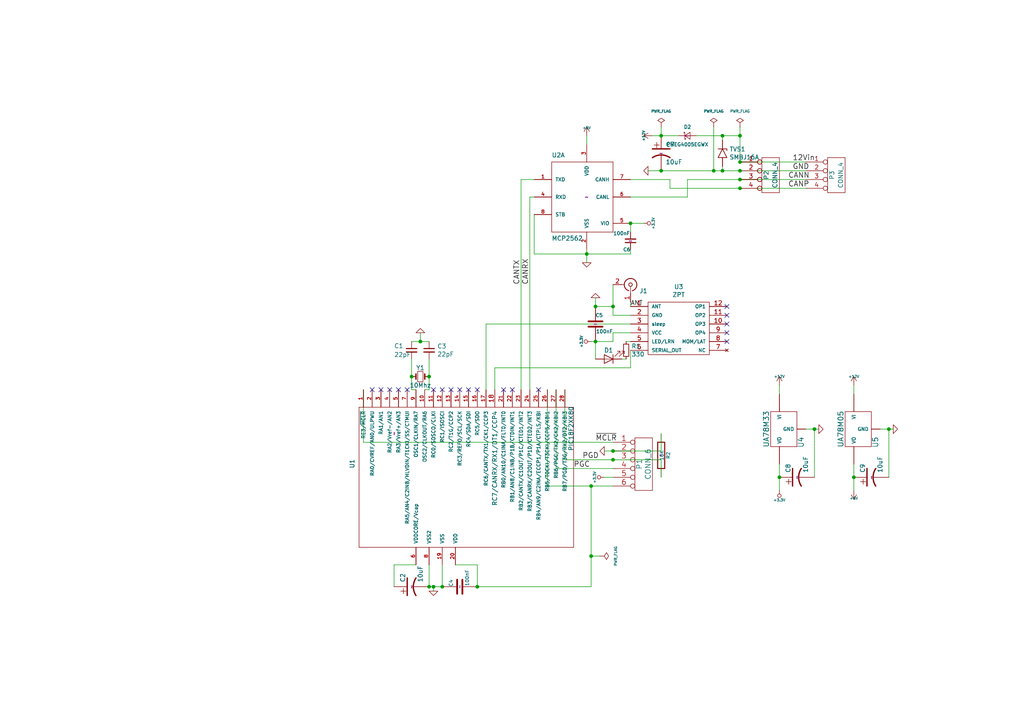
<source format=kicad_sch>
(kicad_sch (version 20211123) (generator eeschema)
  (paper "A4")
  (lib_symbols
    (symbol "remote-control-rescue:+12V-power" (power) (pin_names (offset 0))
      (property "Value" "+12V-power" (at 0 3.556 0))
      (symbol "+12V-power_0_1"
        (polyline (pts (xy -0.762 1.27) (xy 0 2.54)))
        (polyline (pts (xy 0 0) (xy 0 2.54)))
        (polyline (pts (xy 0 2.54) (xy 0.762 1.27)))
      )
      (symbol "+12V-power_1_1"
        (pin power_in line (at 0 0 90) (length 0) hide (name "+12V") (number "1"))
      )
    )
    (symbol "remote-control-rescue:+3.3V-RESCUE-capteur-capteur-rescue-remote-control-rescue" (power) (pin_names (offset 0))
      (property "Value" "+3.3V-RESCUE-capteur-capteur-rescue-remote-control-rescue" (at 0 2.794 0))
      (symbol "+3.3V-RESCUE-capteur-capteur-rescue-remote-control-rescue_0_0"
        (pin power_in line (at 0 0 90) (length 0) hide (name "+3.3V") (number "1"))
      )
      (symbol "+3.3V-RESCUE-capteur-capteur-rescue-remote-control-rescue_0_1"
        (polyline (pts (xy 0 0) (xy 0 1.016) (xy 0 1.016)))
        (circle (center 0 1.524) (radius 0.508))
      )
    )
    (symbol "remote-control-rescue:+5V-power" (power) (pin_names (offset 0))
      (property "Value" "+5V-power" (at 0 3.556 0))
      (symbol "+5V-power_0_1"
        (polyline (pts (xy -0.762 1.27) (xy 0 2.54)))
        (polyline (pts (xy 0 0) (xy 0 2.54)))
        (polyline (pts (xy 0 2.54) (xy 0.762 1.27)))
      )
      (symbol "+5V-power_1_1"
        (pin power_in line (at 0 0 90) (length 0) hide (name "+5V") (number "1"))
      )
    )
    (symbol "remote-control-rescue:1.5KExxA-Diode" (pin_numbers hide) (pin_names (offset 1.016) hide)
      (property "Reference" "D" (at 0 2.54 0))
      (property "Value" "1.5KExxA-Diode" (at 0 -2.54 0))
      (symbol "1.5KExxA-Diode_0_1"
        (polyline (pts (xy -0.762 1.27) (xy -1.27 1.27) (xy -1.27 -1.27)) (stroke (width 0.2032)))
        (polyline (pts (xy 1.27 1.27) (xy 1.27 -1.27) (xy -1.27 0) (xy 1.27 1.27)) (stroke (width 0.2032)))
      )
      (symbol "1.5KExxA-Diode_1_1"
        (pin passive line (at -3.81 0 0) (length 2.54) (name "A1") (number "1"))
        (pin passive line (at 3.81 0 180) (length 2.54) (name "A2") (number "2"))
      )
    )
    (symbol "remote-control-rescue:C-RESCUE-capteur-capteur-rescue-remote-control-rescue" (pin_numbers hide) (pin_names (offset 0.254))
      (property "Reference" "C" (at 0 2.54 0))
      (property "Value" "C-RESCUE-capteur-capteur-rescue-remote-control-rescue" (at 0.1524 -2.159 0))
      (symbol "C-RESCUE-capteur-capteur-rescue-remote-control-rescue_0_1"
        (polyline (pts (xy -2.032 -0.762) (xy 2.032 -0.762)) (stroke (width 0.508)))
        (polyline (pts (xy -2.032 0.762) (xy 2.032 0.762)) (stroke (width 0.508)))
      )
      (symbol "C-RESCUE-capteur-capteur-rescue-remote-control-rescue_1_1"
        (pin passive line (at 0 5.08 270) (length 4.318) (name "~") (number "1"))
        (pin passive line (at 0 -5.08 90) (length 4.318) (name "~") (number "2"))
      )
    )
    (symbol "remote-control-rescue:CONN_4-capteur-rescue-remote-control-rescue" (pin_names (offset 1.016) hide)
      (property "Reference" "P" (at -1.27 0 90))
      (property "Value" "CONN_4-capteur-rescue-remote-control-rescue" (at 1.27 0 90))
      (symbol "CONN_4-capteur-rescue-remote-control-rescue_0_1"
        (rectangle (start -2.54 5.08) (end 2.54 -5.08))
      )
      (symbol "CONN_4-capteur-rescue-remote-control-rescue_1_1"
        (pin passive inverted (at -8.89 3.81 0) (length 6.35) (name "P1") (number "1"))
        (pin passive inverted (at -8.89 1.27 0) (length 6.35) (name "P2") (number "2"))
        (pin passive inverted (at -8.89 -1.27 0) (length 6.35) (name "P3") (number "3"))
        (pin passive inverted (at -8.89 -3.81 0) (length 6.35) (name "P4") (number "4"))
      )
    )
    (symbol "remote-control-rescue:CONN_6-capteur-rescue-remote-control-rescue" (pin_names (offset 0.762) hide)
      (property "Reference" "P" (at -1.27 0 90))
      (property "Value" "CONN_6-capteur-rescue-remote-control-rescue" (at 1.27 0 90))
      (symbol "CONN_6-capteur-rescue-remote-control-rescue_0_1"
        (rectangle (start -2.54 7.62) (end 2.54 -7.62))
      )
      (symbol "CONN_6-capteur-rescue-remote-control-rescue_1_1"
        (pin passive inverted (at -8.89 6.35 0) (length 6.35) (name "1") (number "1"))
        (pin passive inverted (at -8.89 3.81 0) (length 6.35) (name "2") (number "2"))
        (pin passive inverted (at -8.89 1.27 0) (length 6.35) (name "3") (number "3"))
        (pin passive inverted (at -8.89 -1.27 0) (length 6.35) (name "4") (number "4"))
        (pin passive inverted (at -8.89 -3.81 0) (length 6.35) (name "5") (number "5"))
        (pin passive inverted (at -8.89 -6.35 0) (length 6.35) (name "6") (number "6"))
      )
    )
    (symbol "remote-control-rescue:CP1-RESCUE-capteur-capteur-rescue-remote-control-rescue" (pin_numbers hide) (pin_names (offset 0.254) hide)
      (property "Reference" "C" (at 1.27 2.54 0))
      (property "Value" "CP1-RESCUE-capteur-capteur-rescue-remote-control-rescue" (at 1.27 -2.54 0))
      (symbol "CP1-RESCUE-capteur-capteur-rescue-remote-control-rescue_0_0"
        (text "+" (at -1.27 2.54 0) (effects (font (size 2.032 2.032))))
      )
      (symbol "CP1-RESCUE-capteur-capteur-rescue-remote-control-rescue_0_1"
        (polyline (pts (xy -2.54 1.27) (xy 2.54 1.27) (xy 1.27 1.27) (xy 1.27 1.27)) (stroke (width 0.381)))
        (arc (start 2.54 -1.27) (mid 0 -0.5009) (end -2.54 -1.27) (stroke (width 0.381)))
      )
      (symbol "CP1-RESCUE-capteur-capteur-rescue-remote-control-rescue_1_1"
        (pin passive line (at 0 5.08 270) (length 3.81) (name "~") (number "1"))
        (pin passive line (at 0 -5.08 90) (length 4.572) (name "~") (number "2"))
      )
    )
    (symbol "remote-control-rescue:C_Small-Device-remote-control-rescue" (pin_numbers hide) (pin_names (offset 0.254) hide)
      (property "Reference" "C" (at 0.254 1.778 0))
      (property "Value" "C_Small-Device-remote-control-rescue" (at 0.254 -2.032 0))
      (symbol "C_Small-Device-remote-control-rescue_0_1"
        (polyline (pts (xy -1.524 -0.508) (xy 1.524 -0.508)) (stroke (width 0.3302)))
        (polyline (pts (xy -1.524 0.508) (xy 1.524 0.508)) (stroke (width 0.3048)))
      )
      (symbol "C_Small-Device-remote-control-rescue_1_1"
        (pin passive line (at 0 2.54 270) (length 2.032) (name "~") (number "1"))
        (pin passive line (at 0 -2.54 90) (length 2.032) (name "~") (number "2"))
      )
    )
    (symbol "remote-control-rescue:Conn_Coaxial-Connector" (pin_names (offset 1.016) hide)
      (property "Reference" "J" (at 0.254 3.048 0))
      (property "Value" "Conn_Coaxial-Connector" (at 2.921 0 90))
      (symbol "Conn_Coaxial-Connector_0_1"
        (arc (start -1.778 -0.508) (mid 0.2311 -1.8066) (end 1.778 0) (stroke (width 0.254)))
        (polyline (pts (xy -2.54 0) (xy -0.508 0)))
        (polyline (pts (xy 0 -2.54) (xy 0 -1.778)))
        (circle (center 0 0) (radius 0.508) (stroke (width 0.2032)))
        (arc (start 1.778 0) (mid 0.2099 1.8101) (end -1.778 0.508) (stroke (width 0.254)))
      )
      (symbol "Conn_Coaxial-Connector_1_1"
        (pin passive line (at -5.08 0 0) (length 2.54) (name "In") (number "1"))
        (pin passive line (at 0 -5.08 90) (length 2.54) (name "Ext") (number "2"))
      )
    )
    (symbol "remote-control-rescue:Crystal_Small-Device" (pin_numbers hide) (pin_names (offset 1.016) hide)
      (property "Reference" "Y" (at 0 2.54 0))
      (property "Value" "Crystal_Small-Device" (at 0 -2.54 0))
      (symbol "Crystal_Small-Device_0_1"
        (rectangle (start -0.762 -1.524) (end 0.762 1.524))
        (polyline (pts (xy -1.27 -0.762) (xy -1.27 0.762)) (stroke (width 0.381)))
        (polyline (pts (xy 1.27 -0.762) (xy 1.27 0.762)) (stroke (width 0.381)))
      )
      (symbol "Crystal_Small-Device_1_1"
        (pin passive line (at -2.54 0 0) (length 1.27) (name "1") (number "1"))
        (pin passive line (at 2.54 0 180) (length 1.27) (name "2") (number "2"))
      )
    )
    (symbol "remote-control-rescue:D_Schottky_Small-Device" (pin_numbers hide) (pin_names (offset 0.254) hide)
      (property "Reference" "D" (at -1.27 2.032 0))
      (property "Value" "D_Schottky_Small-Device" (at -7.112 -2.032 0))
      (symbol "D_Schottky_Small-Device_0_1"
        (polyline (pts (xy -0.762 -1.016) (xy -0.762 1.016)))
        (polyline (pts (xy -0.762 0) (xy 0.762 0)))
        (polyline (pts (xy -0.762 -1.016) (xy -0.508 -1.016) (xy -0.508 -0.762)))
        (polyline (pts (xy -0.762 1.016) (xy -1.016 1.016) (xy -1.016 0.762)))
        (polyline (pts (xy 0.762 -1.016) (xy -0.762 0) (xy 0.762 1.016) (xy 0.762 -1.016)))
      )
      (symbol "D_Schottky_Small-Device_1_1"
        (pin passive line (at -2.54 0 0) (length 1.778) (name "K") (number "1"))
        (pin passive line (at 2.54 0 180) (length 1.778) (name "A") (number "2"))
      )
    )
    (symbol "remote-control-rescue:GND-RESCUE-capteur-capteur-rescue-remote-control-rescue" (power) (pin_names (offset 0))
      (symbol "GND-RESCUE-capteur-capteur-rescue-remote-control-rescue_0_1"
        (polyline (pts (xy -1.27 0) (xy 0 -1.27) (xy 1.27 0) (xy -1.27 0)))
      )
      (symbol "GND-RESCUE-capteur-capteur-rescue-remote-control-rescue_1_1"
        (pin power_in line (at 0 0 90) (length 0) hide (name "GND") (number "1"))
      )
    )
    (symbol "remote-control-rescue:LED-Device" (pin_numbers hide) (pin_names (offset 1.016) hide)
      (property "Reference" "D" (at 0 2.54 0))
      (property "Value" "LED-Device" (at 0 -2.54 0))
      (symbol "LED-Device_0_1"
        (polyline (pts (xy -1.27 -1.27) (xy -1.27 1.27)) (stroke (width 0.2032)))
        (polyline (pts (xy -1.27 0) (xy 1.27 0)))
        (polyline (pts (xy 1.27 -1.27) (xy 1.27 1.27) (xy -1.27 0) (xy 1.27 -1.27)) (stroke (width 0.2032)))
        (polyline (pts (xy -3.048 -0.762) (xy -4.572 -2.286) (xy -3.81 -2.286) (xy -4.572 -2.286) (xy -4.572 -1.524)))
        (polyline (pts (xy -1.778 -0.762) (xy -3.302 -2.286) (xy -2.54 -2.286) (xy -3.302 -2.286) (xy -3.302 -1.524)))
      )
      (symbol "LED-Device_1_1"
        (pin passive line (at -3.81 0 0) (length 2.54) (name "K") (number "1"))
        (pin passive line (at 3.81 0 180) (length 2.54) (name "A") (number "2"))
      )
    )
    (symbol "remote-control-rescue:MCP2562-capteur-rescue-remote-control-rescue" (pin_names (offset 1.016))
      (property "Reference" "U" (at -10.16 11.43 0))
      (property "Value" "MCP2562-capteur-rescue-remote-control-rescue" (at -10.16 -12.7 0))
      (symbol "MCP2562-capteur-rescue-remote-control-rescue_1_0"
        (polyline (pts (xy -10.16 -10.16) (xy 7.62 -10.16)))
        (polyline (pts (xy -10.16 10.16) (xy -10.16 -10.16)))
        (polyline (pts (xy 7.62 -10.16) (xy 7.62 10.16)))
        (polyline (pts (xy 7.62 10.16) (xy -10.16 10.16)))
      )
      (symbol "MCP2562-capteur-rescue-remote-control-rescue_1_1"
        (pin input line (at -15.24 5.08 0) (length 5.08) (name "TXD") (number "1"))
        (pin power_in line (at 0 -15.24 90) (length 5.08) (name "VSS") (number "2"))
        (pin power_in line (at 0 15.24 270) (length 5.08) (name "VDD") (number "3"))
        (pin output line (at -15.24 0 0) (length 5.08) (name "RXD") (number "4"))
        (pin power_in line (at 12.7 -7.62 180) (length 5.08) (name "VIO") (number "5"))
        (pin bidirectional line (at 12.7 0 180) (length 5.08) (name "CANL") (number "6"))
        (pin bidirectional line (at 12.7 5.08 180) (length 5.08) (name "CANH") (number "7"))
        (pin input line (at -15.24 -5.08 0) (length 5.08) (name "STB") (number "8"))
      )
      (symbol "MCP2562-capteur-rescue-remote-control-rescue_2_0"
        (text "VDD" (at 1.8288 4.6736 1) (effects (font (size 1.4224 1.4224) bold)))
        (text "VDD" (at 1.8288 4.6736 1) (effects (font (size 1.4224 1.4224) bold)))
        (text "VSS" (at 1.8288 -5.4864 1) (effects (font (size 1.4224 1.4224) bold)))
        (text "VSS" (at 1.8288 -5.4864 1) (effects (font (size 1.4224 1.4224) bold)))
      )
      (symbol "MCP2562-capteur-rescue-remote-control-rescue_2_1"
        (pin power_in line (at 0 -7.62 90) (length 5.08) (name "VSS") (number "2"))
        (pin power_in line (at 0 7.62 270) (length 5.08) (name "VDD") (number "3"))
      )
    )
    (symbol "remote-control-rescue:PIC18F2xK80-capteur-rescue-remote-control-rescue" (pin_names (offset 1.016))
      (property "Reference" "U" (at 2.54 33.02 0))
      (property "Value" "PIC18F2xK80-capteur-rescue-remote-control-rescue" (at 7.62 -33.02 0))
      (symbol "PIC18F2xK80-capteur-rescue-remote-control-rescue_1_0"
        (polyline (pts (xy -20.32 -30.48) (xy 20.32 -30.48)))
        (polyline (pts (xy -20.32 31.75) (xy -20.32 -30.48)))
        (polyline (pts (xy 20.32 -30.48) (xy 20.32 31.75)))
        (polyline (pts (xy 20.32 31.75) (xy -20.32 31.75)))
      )
      (symbol "PIC18F2xK80-capteur-rescue-remote-control-rescue_1_1"
        (pin input line (at 25.4 30.48 180) (length 5.08) (name "RE3/~{MCLR}") (number "1"))
        (pin bidirectional line (at 25.4 12.7 180) (length 5.08) (name "OSC2/CLKOUT/RA6") (number "10"))
        (pin bidirectional line (at 25.4 10.16 180) (length 5.08) (name "RC0/SOSCO/CLKI") (number "11"))
        (pin bidirectional line (at 25.4 7.62 180) (length 5.08) (name "RC1/ISOSCI") (number "12"))
        (pin bidirectional line (at 25.4 5.08 180) (length 5.08) (name "RC2/T1G/CCP2") (number "13"))
        (pin bidirectional line (at 25.4 2.54 180) (length 5.08) (name "RC3/REFO/SCL/SCK") (number "14"))
        (pin bidirectional line (at 25.4 0 180) (length 5.08) (name "RC4/SDA/SDI") (number "15"))
        (pin bidirectional line (at 25.4 -2.54 180) (length 5.08) (name "RC5/SDO") (number "16"))
        (pin bidirectional line (at 25.4 -5.08 180) (length 5.08) (name "RC6/CANTX/TX1/CK1/CCP3") (number "17"))
        (pin input line (at 25.4 -7.62 180) (length 5.08) (name "RC7/CANRX/RX1/DT1/CCP4") (number "18"))
        (pin power_in line (at -25.4 7.62 0) (length 5.08) (name "VSS") (number "19"))
        (pin bidirectional line (at 25.4 27.94 180) (length 5.08) (name "RA0/CVREF/AN0/ULPWU") (number "2"))
        (pin power_in line (at -25.4 3.81 0) (length 5.08) (name "VDD") (number "20"))
        (pin bidirectional line (at 25.4 -10.16 180) (length 5.08) (name "RB0/AN10/C1INA/FLT0/INT0") (number "21"))
        (pin bidirectional line (at 25.4 -12.7 180) (length 5.08) (name "RB1/AN8/C1INB/P1B/CTDIN/INT1") (number "22"))
        (pin bidirectional line (at 25.4 -15.24 180) (length 5.08) (name "RB2/CANTX/C1OUT/P1C/CTED1/INT2") (number "23"))
        (pin bidirectional line (at 25.4 -17.78 180) (length 5.08) (name "RB3/CANRX/C2OUT/P1D/CTED2/INT3") (number "24"))
        (pin bidirectional line (at 25.4 -20.32 180) (length 5.08) (name "RB4/AN9/C2INA/ECCP1/P1A/CTPLS/KBI") (number "25"))
        (pin bidirectional line (at 25.4 -22.86 180) (length 5.08) (name "RB5/T0CKI/T3CKI/CCP5/KBI1") (number "26"))
        (pin bidirectional line (at 25.4 -25.4 180) (length 5.08) (name "RB6/PGC/TX2/CK2/KBI2") (number "27"))
        (pin bidirectional line (at 25.4 -27.94 180) (length 5.08) (name "RB7/PGD/T3G/RX2/DT2/KBI3") (number "28"))
        (pin bidirectional line (at 25.4 25.4 180) (length 5.08) (name "RA1/AN1") (number "3"))
        (pin bidirectional line (at 25.4 22.86 180) (length 5.08) (name "RA2/Vref-/AN2") (number "4"))
        (pin bidirectional line (at 25.4 20.32 180) (length 5.08) (name "RA3/Vref+/AN3") (number "5"))
        (pin bidirectional line (at -25.4 15.24 0) (length 5.08) (name "VDDCORE/Vcap") (number "6"))
        (pin bidirectional line (at 25.4 17.78 180) (length 5.08) (name "RA5/AN4/C2INB/HLVDIN/T1CKI/SS/CTMUI") (number "7"))
        (pin power_in line (at -25.4 11.43 0) (length 5.08) (name "VSS2") (number "8"))
        (pin bidirectional line (at 25.4 15.24 180) (length 5.08) (name "OSC1/CLKIN/RA7") (number "9"))
      )
    )
    (symbol "remote-control-rescue:PWR_FLAG-power" (power) (pin_numbers hide) (pin_names (offset 0) hide)
      (property "Value" "PWR_FLAG-power" (at 0 3.81 0))
      (symbol "PWR_FLAG-power_0_0"
        (pin power_out line (at 0 0 90) (length 0) (name "pwr") (number "1"))
      )
      (symbol "PWR_FLAG-power_0_1"
        (polyline (pts (xy 0 0) (xy 0 1.27) (xy -1.016 1.905) (xy 0 2.54) (xy 1.016 1.905) (xy 0 1.27)))
      )
    )
    (symbol "remote-control-rescue:R-RESCUE-capteur-capteur-rescue-remote-control-rescue" (pin_numbers hide) (pin_names (offset 0))
      (property "Reference" "R" (at 2.032 0 90))
      (property "Value" "R-RESCUE-capteur-capteur-rescue-remote-control-rescue" (at 0.1778 0.0254 90))
      (symbol "R-RESCUE-capteur-capteur-rescue-remote-control-rescue_0_1"
        (rectangle (start -1.016 3.81) (end 1.016 -3.81) (stroke (width 0.3048)))
      )
      (symbol "R-RESCUE-capteur-capteur-rescue-remote-control-rescue_1_1"
        (pin passive line (at 0 6.35 270) (length 2.54) (name "~") (number "1"))
        (pin passive line (at 0 -6.35 90) (length 2.54) (name "~") (number "2"))
      )
    )
    (symbol "remote-control-rescue:R_Small-Device" (pin_numbers hide) (pin_names (offset 0.254) hide)
      (property "Reference" "R" (at 0.762 0.508 0))
      (property "Value" "R_Small-Device" (at 0.762 -1.016 0))
      (symbol "R_Small-Device_0_1"
        (rectangle (start -0.762 1.778) (end 0.762 -1.778) (stroke (width 0.2032)))
      )
      (symbol "R_Small-Device_1_1"
        (pin passive line (at 0 2.54 270) (length 0.762) (name "~") (number "1"))
        (pin passive line (at 0 -2.54 90) (length 0.762) (name "~") (number "2"))
      )
    )
    (symbol "remote-control-rescue:ZPT-RFsol-remote-control-rescue" (pin_names (offset 1.016))
      (property "Reference" "U" (at -1.27 -8.89 0))
      (property "Value" "ZPT-RFsol-remote-control-rescue" (at 0 8.89 0))
      (symbol "ZPT-RFsol-remote-control-rescue_0_1"
        (rectangle (start -8.89 7.62) (end 8.89 -7.62))
      )
      (symbol "ZPT-RFsol-remote-control-rescue_1_1"
        (pin passive line (at -13.97 6.35 0) (length 5.08) (name "ANT") (number "1"))
        (pin output line (at 13.97 1.27 180) (length 5.08) (name "OP3") (number "10"))
        (pin output line (at 13.97 3.81 180) (length 5.08) (name "OP2") (number "11"))
        (pin output line (at 13.97 6.35 180) (length 5.08) (name "OP1") (number "12"))
        (pin power_in line (at -13.97 3.81 0) (length 5.08) (name "GND") (number "2"))
        (pin input line (at -13.97 1.27 0) (length 5.08) (name "sleep") (number "3"))
        (pin power_in line (at -13.97 -1.27 0) (length 5.08) (name "VCC") (number "4"))
        (pin bidirectional line (at -13.97 -3.81 0) (length 5.08) (name "LED/LRN") (number "5"))
        (pin output line (at -13.97 -6.35 0) (length 5.08) (name "SERIAL_OUT") (number "6"))
        (pin no_connect line (at 13.97 -6.35 180) (length 5.08) (name "NC") (number "7"))
        (pin input line (at 13.97 -3.81 180) (length 5.08) (name "MOM/LAT") (number "8"))
        (pin output line (at 13.97 -1.27 180) (length 5.08) (name "OP4") (number "9"))
      )
    )
    (symbol "remote-control-rescue:uA78M05-capteur-rescue-remote-control-rescue" (pin_numbers hide) (pin_names (offset 0.762))
      (property "Reference" "U" (at 3.81 -4.9784 0))
      (property "Value" "uA78M05-capteur-rescue-remote-control-rescue" (at 0 5.08 0))
      (symbol "uA78M05-capteur-rescue-remote-control-rescue_0_1"
        (rectangle (start -5.08 -3.81) (end 5.08 3.81))
      )
      (symbol "uA78M05-capteur-rescue-remote-control-rescue_1_1"
        (pin power_in line (at -10.16 1.27 0) (length 5.08) (name "VI") (number "1"))
        (pin power_in line (at 0 -6.35 90) (length 2.54) (name "GND") (number "2"))
        (pin power_out line (at 10.16 1.27 180) (length 5.08) (name "VO") (number "3"))
      )
    )
    (symbol "remote-control-rescue:uA78M33-capteur-rescue-remote-control-rescue" (pin_numbers hide) (pin_names (offset 0.762))
      (property "Reference" "U" (at 3.81 -4.9784 0))
      (property "Value" "uA78M33-capteur-rescue-remote-control-rescue" (at 0 5.08 0))
      (symbol "uA78M33-capteur-rescue-remote-control-rescue_0_1"
        (rectangle (start -5.08 -3.81) (end 5.08 3.81))
      )
      (symbol "uA78M33-capteur-rescue-remote-control-rescue_1_1"
        (pin power_in line (at -10.16 1.27 0) (length 5.08) (name "VI") (number "1"))
        (pin power_in line (at 0 -6.35 90) (length 2.54) (name "GND") (number "2"))
        (pin power_out line (at 10.16 1.27 180) (length 5.08) (name "VO") (number "3"))
      )
    )
  )
  (junction (at 125.73 170.18))
  (junction (at 177.8 88.9))
  (junction (at 182.88 64.77))
  (junction (at 226.06 138.43))
  (junction (at 124.46 170.18))
  (junction (at 257.81 124.46))
  (junction (at 171.45 161.29))
  (junction (at 214.63 39.37))
  (junction (at 209.55 49.53))
  (junction (at 191.77 39.37))
  (junction (at 177.8 130.81))
  (junction (at 121.92 99.06))
  (junction (at 128.27 170.18))
  (junction (at 214.63 52.07))
  (junction (at 172.72 99.06))
  (junction (at 236.22 124.46))
  (junction (at 207.01 49.53))
  (junction (at 170.18 73.66))
  (junction (at 177.8 133.35))
  (junction (at 172.72 88.9))
  (junction (at 214.63 46.99))
  (junction (at 124.46 109.22))
  (junction (at 247.65 138.43))
  (junction (at 191.77 49.53))
  (junction (at 171.45 140.97))
  (junction (at 214.63 49.53))
  (junction (at 214.63 54.61))
  (junction (at 209.55 39.37))
  (junction (at 119.38 109.22))
  (junction (at 138.43 170.18))
  (no_connect (at 210.82 99.06))
  (no_connect (at 148.59 113.03))
  (no_connect (at 107.95 113.03))
  (no_connect (at 210.82 93.98))
  (no_connect (at 128.27 113.03))
  (no_connect (at 113.03 113.03))
  (no_connect (at 130.81 113.03))
  (no_connect (at 156.21 113.03))
  (no_connect (at 115.57 113.03))
  (no_connect (at 110.49 113.03))
  (no_connect (at 210.82 88.9))
  (no_connect (at 135.89 113.03))
  (no_connect (at 133.35 113.03))
  (no_connect (at 118.11 113.03))
  (no_connect (at 210.82 96.52))
  (no_connect (at 125.73 113.03))
  (no_connect (at 138.43 113.03))
  (no_connect (at 210.82 91.44))
  (no_connect (at 146.05 113.03))
  (wire (pts (xy 121.92 99.06) (xy 119.38 99.06)))
  (wire (pts (xy 236.22 138.43) (xy 236.22 124.46)))
  (wire (pts (xy 191.77 39.37) (xy 196.85 39.37)))
  (wire (pts (xy 121.92 96.52) (xy 121.92 99.06)))
  (wire (pts (xy 171.45 140.97) (xy 171.45 161.29)))
  (wire (pts (xy 191.77 36.83) (xy 191.77 39.37)))
  (wire (pts (xy 128.27 170.18) (xy 128.27 163.83)))
  (wire (pts (xy 199.39 57.15) (xy 199.39 52.07)))
  (wire (pts (xy 214.63 54.61) (xy 233.68 54.61)))
  (wire (pts (xy 163.83 133.35) (xy 177.8 133.35)))
  (wire (pts (xy 153.67 57.15) (xy 154.94 57.15)))
  (wire (pts (xy 171.45 140.97) (xy 158.75 140.97)))
  (wire (pts (xy 124.46 170.18) (xy 125.73 170.18)))
  (wire (pts (xy 199.39 52.07) (xy 214.63 52.07)))
  (wire (pts (xy 163.83 113.03) (xy 163.83 133.35)))
  (wire (pts (xy 226.06 138.43) (xy 226.06 142.24)))
  (wire (pts (xy 207.01 36.83) (xy 207.01 49.53)))
  (wire (pts (xy 124.46 113.03) (xy 123.19 113.03)))
  (wire (pts (xy 236.22 124.46) (xy 237.49 124.46)))
  (wire (pts (xy 177.8 130.81) (xy 191.77 130.81)))
  (wire (pts (xy 125.73 170.18) (xy 125.73 171.45)))
  (wire (pts (xy 151.13 52.07) (xy 154.94 52.07)))
  (wire (pts (xy 138.43 170.18) (xy 138.43 163.83)))
  (wire (pts (xy 171.45 99.06) (xy 172.72 99.06)))
  (wire (pts (xy 182.88 64.77) (xy 186.69 64.77)))
  (wire (pts (xy 177.8 133.35) (xy 191.77 133.35)))
  (wire (pts (xy 214.63 52.07) (xy 233.68 52.07)))
  (wire (pts (xy 114.3 163.83) (xy 120.65 163.83)))
  (wire (pts (xy 209.55 49.53) (xy 214.63 49.53)))
  (wire (pts (xy 158.75 113.03) (xy 158.75 140.97)))
  (wire (pts (xy 151.13 113.03) (xy 151.13 52.07)))
  (wire (pts (xy 119.38 104.14) (xy 119.38 109.22)))
  (wire (pts (xy 177.8 88.9) (xy 177.8 91.44)))
  (wire (pts (xy 182.88 96.52) (xy 177.8 96.52)))
  (wire (pts (xy 255.27 124.46) (xy 257.81 124.46)))
  (wire (pts (xy 119.38 113.03) (xy 120.65 113.03)))
  (wire (pts (xy 209.55 40.64) (xy 209.55 39.37)))
  (wire (pts (xy 154.94 62.23) (xy 154.94 73.66)))
  (wire (pts (xy 173.99 161.29) (xy 171.45 161.29)))
  (wire (pts (xy 226.06 134.62) (xy 226.06 138.43)))
  (wire (pts (xy 170.18 39.37) (xy 170.18 41.91)))
  (wire (pts (xy 257.81 138.43) (xy 257.81 124.46)))
  (wire (pts (xy 177.8 99.06) (xy 172.72 99.06)))
  (wire (pts (xy 143.51 106.68) (xy 182.88 106.68)))
  (wire (pts (xy 257.81 124.46) (xy 259.08 124.46)))
  (wire (pts (xy 182.88 72.39) (xy 182.88 73.66)))
  (wire (pts (xy 119.38 109.22) (xy 119.38 113.03)))
  (wire (pts (xy 182.88 57.15) (xy 199.39 57.15)))
  (wire (pts (xy 143.51 106.68) (xy 143.51 113.03)))
  (wire (pts (xy 182.88 87.63) (xy 182.88 88.9)))
  (wire (pts (xy 125.73 170.18) (xy 128.27 170.18)))
  (wire (pts (xy 114.3 163.83) (xy 114.3 170.18)))
  (wire (pts (xy 175.26 130.81) (xy 177.8 130.81)))
  (wire (pts (xy 233.68 124.46) (xy 236.22 124.46)))
  (wire (pts (xy 189.23 39.37) (xy 191.77 39.37)))
  (wire (pts (xy 171.45 170.18) (xy 138.43 170.18)))
  (wire (pts (xy 187.96 49.53) (xy 191.77 49.53)))
  (wire (pts (xy 124.46 109.22) (xy 124.46 104.14)))
  (wire (pts (xy 172.72 86.36) (xy 172.72 88.9)))
  (wire (pts (xy 182.88 93.98) (xy 140.97 93.98)))
  (wire (pts (xy 247.65 138.43) (xy 247.65 142.24)))
  (wire (pts (xy 209.55 48.26) (xy 209.55 49.53)))
  (wire (pts (xy 171.45 161.29) (xy 171.45 170.18)))
  (wire (pts (xy 177.8 91.44) (xy 182.88 91.44)))
  (wire (pts (xy 121.92 99.06) (xy 124.46 99.06)))
  (wire (pts (xy 170.18 72.39) (xy 170.18 73.66)))
  (wire (pts (xy 175.26 138.43) (xy 177.8 138.43)))
  (wire (pts (xy 247.65 111.76) (xy 247.65 114.3)))
  (wire (pts (xy 181.61 104.14) (xy 180.34 104.14)))
  (wire (pts (xy 124.46 109.22) (xy 124.46 113.03)))
  (wire (pts (xy 214.63 46.99) (xy 233.68 46.99)))
  (wire (pts (xy 124.46 170.18) (xy 124.46 163.83)))
  (wire (pts (xy 191.77 130.81) (xy 191.77 125.73)))
  (wire (pts (xy 209.55 39.37) (xy 201.93 39.37)))
  (wire (pts (xy 132.08 163.83) (xy 138.43 163.83)))
  (wire (pts (xy 177.8 140.97) (xy 171.45 140.97)))
  (wire (pts (xy 182.88 73.66) (xy 170.18 73.66)))
  (wire (pts (xy 182.88 101.6) (xy 182.88 106.68)))
  (wire (pts (xy 191.77 49.53) (xy 207.01 49.53)))
  (wire (pts (xy 214.63 49.53) (xy 233.68 49.53)))
  (wire (pts (xy 207.01 49.53) (xy 209.55 49.53)))
  (wire (pts (xy 247.65 134.62) (xy 247.65 138.43)))
  (wire (pts (xy 182.88 52.07) (xy 194.31 52.07)))
  (wire (pts (xy 161.29 135.89) (xy 177.8 135.89)))
  (wire (pts (xy 105.41 128.27) (xy 177.8 128.27)))
  (wire (pts (xy 154.94 73.66) (xy 170.18 73.66)))
  (wire (pts (xy 105.41 128.27) (xy 105.41 113.03)))
  (wire (pts (xy 194.31 52.07) (xy 194.31 54.61)))
  (wire (pts (xy 177.8 96.52) (xy 177.8 99.06)))
  (wire (pts (xy 170.18 73.66) (xy 170.18 76.2)))
  (wire (pts (xy 191.77 133.35) (xy 191.77 138.43)))
  (wire (pts (xy 214.63 39.37) (xy 209.55 39.37)))
  (wire (pts (xy 172.72 88.9) (xy 177.8 88.9)))
  (wire (pts (xy 226.06 111.76) (xy 226.06 114.3)))
  (wire (pts (xy 172.72 99.06) (xy 172.72 104.14)))
  (wire (pts (xy 153.67 113.03) (xy 153.67 57.15)))
  (wire (pts (xy 177.8 82.55) (xy 177.8 88.9)))
  (wire (pts (xy 194.31 54.61) (xy 214.63 54.61)))
  (wire (pts (xy 161.29 113.03) (xy 161.29 135.89)))
  (wire (pts (xy 140.97 93.98) (xy 140.97 113.03)))
  (wire (pts (xy 182.88 64.77) (xy 182.88 67.31)))
  (wire (pts (xy 214.63 39.37) (xy 214.63 46.99)))
  (wire (pts (xy 181.61 99.06) (xy 182.88 99.06)))
  (wire (pts (xy 214.63 36.83) (xy 214.63 39.37)))
  (label "~{MCLR}" (at 172.72 128.27 0) (effects (font (size 1.524 1.524))))
  (label "PGC" (at 166.37 135.89 0) (effects (font (size 1.524 1.524))))
  (label "CANN" (at 228.6 52.07 0) (effects (font (size 1.524 1.524))))
  (label "GND" (at 229.87 49.53 0) (effects (font (size 1.524 1.524))))
  (label "CANTX" (at 151.13 82.55 90) (effects (font (size 1.524 1.524))))
  (label "ANT" (at 182.88 88.9 0))
  (label "12Vin" (at 229.87 46.99 0) (effects (font (size 1.524 1.524))))
  (label "CANRX" (at 153.67 82.55 90) (effects (font (size 1.524 1.524))))
  (label "CANP" (at 228.6 54.61 0) (effects (font (size 1.524 1.524))))
  (label "PGD" (at 168.91 133.35 0) (effects (font (size 1.524 1.524))))
  (symbol (lib_id "remote-control-rescue:ZPT-RFsol-remote-control-rescue") (at 196.85 95.25 0) (unit 1)
    (property "Reference" "U3" (at 196.85 83.185 0))
    (property "Value" "ZPT" (at 196.85 85.4964 0))
    (property "Footprint" "local:RFsolutions_ZPT-D" (effects hide))
  )
  (symbol (lib_id "remote-control-rescue:C-RESCUE-capteur-capteur-rescue-remote-control-rescue") (at 172.72 93.98 0) (unit 1)
    (property "Reference" "C5" (at 172.72 91.44 0) (effects (font (size 1.016 1.016)) (justify left)))
    (property "Value" "100nF" (at 172.8724 96.139 0) (effects (font (size 1.016 1.016)) (justify left)))
    (property "Footprint" "Capacitor_SMD:C_0603_1608Metric_Pad1.05x0.95mm_HandSolder" (effects hide))
    (property "Datasheet" "~" (at 172.72 93.98 0) (effects (font (size 1.524 1.524))))
  )
  (symbol (lib_id "remote-control-rescue:R_Small-Device") (at 181.61 101.6 0) (unit 1)
    (property "Reference" "R1" (at 183.1086 100.4316 0) (effects (justify left)))
    (property "Value" "330" (at 183.1086 102.743 0) (effects (justify left)))
    (property "Footprint" "Resistor_SMD:R_0805_2012Metric_Pad1.15x1.40mm_HandSolder" (effects hide))
  )
  (symbol (lib_id "remote-control-rescue:LED-Device") (at 176.53 104.14 180) (unit 1)
    (property "Reference" "D1" (at 176.53 101.6 0))
    (property "Value" "LED" (effects hide))
    (property "Footprint" "LED_THT:LED_D3.0mm" (effects hide))
  )
  (symbol (lib_id "remote-control-rescue:GND-RESCUE-capteur-capteur-rescue-remote-control-rescue") (at 172.72 86.36 180) (unit 1)
    (property "Reference" "#PWR06" (effects hide))
    (property "Value" "GND" (effects hide))
  )
  (symbol (lib_id "remote-control-rescue:+3.3V-RESCUE-capteur-capteur-rescue-remote-control-rescue") (at 171.45 99.06 90) (unit 1)
    (property "Reference" "#PWR05" (effects hide))
    (property "Value" "+3.3V" (at 168.656 99.06 0) (effects (font (size 0.762 0.762))))
  )
  (symbol (lib_id "remote-control-rescue:CP1-RESCUE-capteur-capteur-rescue-remote-control-rescue") (at 252.73 138.43 90) (unit 1)
    (property "Reference" "C9" (at 250.19 137.16 0) (effects (justify left)))
    (property "Value" "10uF" (at 255.27 137.16 0) (effects (justify left)))
    (property "Footprint" "Capacitor_SMD:C_0805_2012Metric_Pad1.15x1.40mm_HandSolder" (effects hide))
    (property "Datasheet" "~" (at 252.73 138.43 0) (effects (font (size 1.524 1.524))))
  )
  (symbol (lib_id "remote-control-rescue:uA78M05-capteur-rescue-remote-control-rescue") (at 248.92 124.46 90) (mirror x) (unit 1)
    (property "Reference" "U5" (at 253.8984 128.27 0) (effects (font (size 1.524 1.524))))
    (property "Value" "UA78M05" (at 243.84 124.46 0) (effects (font (size 1.524 1.524))))
    (property "Footprint" "Package_TO_SOT_SMD:SOT-223-3_TabPin2" (effects hide))
  )
  (symbol (lib_id "remote-control-rescue:GND-RESCUE-capteur-capteur-rescue-remote-control-rescue") (at 259.08 124.46 90) (unit 1)
    (property "Reference" "#PWR017" (effects hide))
    (property "Value" "GND" (effects hide))
  )
  (symbol (lib_id "remote-control-rescue:+12V-power") (at 247.65 111.76 0) (unit 1)
    (property "Reference" "#PWR015" (effects hide))
    (property "Value" "+12V" (at 247.65 109.22 0) (effects (font (size 0.762 0.762))))
  )
  (symbol (lib_id "remote-control-rescue:+5V-power") (at 247.65 142.24 180) (unit 1)
    (property "Reference" "#PWR016" (effects hide))
    (property "Value" "+5V" (at 247.65 144.526 0) (effects (font (size 0.762 0.762))))
  )
  (symbol (lib_id "remote-control-rescue:D_Schottky_Small-Device") (at 199.39 39.37 0) (unit 1)
    (property "Reference" "D2" (at 199.39 36.83 0) (effects (font (size 1.016 1.016))))
    (property "Value" "PMEG4005EGWX" (at 199.39 41.91 0) (effects (font (size 1.016 1.016))))
    (property "Footprint" "Diode_SMD:D_SOD-123" (effects hide))
    (property "Datasheet" "~" (at 199.39 39.37 0) (effects (font (size 1.524 1.524))))
    (property "P/N" "PMEG4005EGWX" (effects hide))
  )
  (symbol (lib_id "remote-control-rescue:PWR_FLAG-power") (at 191.77 36.83 0) (unit 1)
    (property "Reference" "#U01" (effects hide))
    (property "Value" "PWR_FLAG" (at 191.77 32.258 0) (effects (font (size 0.762 0.762))))
  )
  (symbol (lib_id "remote-control-rescue:R-RESCUE-capteur-capteur-rescue-remote-control-rescue") (at 191.77 132.08 0) (unit 1)
    (property "Reference" "R2" (at 193.802 132.08 90) (effects (font (size 1.016 1.016))))
    (property "Value" "10K" (at 191.9478 132.0546 90) (effects (font (size 1.016 1.016))))
    (property "Footprint" "Resistor_THT:R_Axial_DIN0207_L6.3mm_D2.5mm_P7.62mm_Horizontal" (effects hide))
    (property "Datasheet" "~" (at 191.77 132.08 0) (effects (font (size 0.762 0.762))))
  )
  (symbol (lib_id "remote-control-rescue:+3.3V-RESCUE-capteur-capteur-rescue-remote-control-rescue") (at 175.26 138.43 90) (unit 1)
    (property "Reference" "#PWR08" (effects hide))
    (property "Value" "+3.3V" (at 172.466 138.43 0) (effects (font (size 0.762 0.762))))
  )
  (symbol (lib_id "remote-control-rescue:CONN_4-capteur-rescue-remote-control-rescue") (at 223.52 50.8 0) (unit 1)
    (property "Reference" "P2" (at 222.25 50.8 90))
    (property "Value" "CONN_4" (at 224.79 50.8 90))
    (property "Footprint" "TerminalBlock_Phoenix:TerminalBlock_Phoenix_PTSM-0,5-4-2.5-V-THR_1x04_P2.50mm_Vertical" (effects hide))
    (property "P/N" "1770979" (effects hide))
  )
  (symbol (lib_id "remote-control-rescue:PWR_FLAG-power") (at 207.01 36.83 0) (unit 1)
    (property "Reference" "#GND01" (effects hide))
    (property "Value" "PWR_FLAG" (at 207.01 32.258 0) (effects (font (size 0.762 0.762))))
  )
  (symbol (lib_id "remote-control-rescue:PWR_FLAG-power") (at 214.63 36.83 0) (unit 1)
    (property "Reference" "#U02" (effects hide))
    (property "Value" "PWR_FLAG" (at 214.63 32.258 0) (effects (font (size 0.762 0.762))))
  )
  (symbol (lib_id "remote-control-rescue:GND-RESCUE-capteur-capteur-rescue-remote-control-rescue") (at 187.96 49.53 270) (unit 1)
    (property "Reference" "#PWR010" (effects hide))
    (property "Value" "GND" (effects hide))
  )
  (symbol (lib_id "remote-control-rescue:+12V-power") (at 189.23 39.37 90) (unit 1)
    (property "Reference" "#PWR011" (effects hide))
    (property "Value" "+12V" (at 186.69 39.37 0) (effects (font (size 0.762 0.762))))
  )
  (symbol (lib_id "remote-control-rescue:MCP2562-capteur-rescue-remote-control-rescue") (at 170.18 57.15 0) (unit 1)
    (property "Reference" "U2" (at 160.02 45.72 0) (effects (justify left bottom)))
    (property "Value" "MCP2562" (at 160.02 69.85 0) (effects (justify left bottom)))
    (property "Footprint" "Package_SO:SOIC-8_3.9x4.9mm_P1.27mm" (effects hide))
    (property "Datasheet" "~" (at 170.18 57.15 0) (effects (font (size 1.524 1.524))))
  )
  (symbol (lib_id "remote-control-rescue:PIC18F2xK80-capteur-rescue-remote-control-rescue") (at 135.89 138.43 90) (unit 1)
    (property "Reference" "U1" (at 102.87 135.89 0) (effects (justify left bottom)))
    (property "Value" "PIC18F2XK80" (at 166.37 130.81 0) (effects (justify left bottom)))
    (property "Footprint" "Package_SO:SOIC-28W_7.5x17.9mm_P1.27mm" (effects hide))
    (property "Datasheet" "~" (at 114.3 125.73 0) (effects (font (size 1.524 1.524))))
  )
  (symbol (lib_id "remote-control-rescue:uA78M33-capteur-rescue-remote-control-rescue") (at 227.33 124.46 90) (mirror x) (unit 1)
    (property "Reference" "U4" (at 232.3084 128.27 0) (effects (font (size 1.524 1.524))))
    (property "Value" "UA78M33" (at 222.25 124.46 0) (effects (font (size 1.524 1.524))))
    (property "Footprint" "Package_TO_SOT_SMD:SOT-223-3_TabPin2" (effects hide))
  )
  (symbol (lib_id "remote-control-rescue:GND-RESCUE-capteur-capteur-rescue-remote-control-rescue") (at 237.49 124.46 90) (unit 1)
    (property "Reference" "#PWR014" (effects hide))
    (property "Value" "GND" (effects hide))
  )
  (symbol (lib_id "remote-control-rescue:+12V-power") (at 226.06 111.76 0) (unit 1)
    (property "Reference" "#PWR012" (effects hide))
    (property "Value" "+12V" (at 226.06 109.22 0) (effects (font (size 0.762 0.762))))
  )
  (symbol (lib_id "remote-control-rescue:+3.3V-RESCUE-capteur-capteur-rescue-remote-control-rescue") (at 226.06 142.24 180) (unit 1)
    (property "Reference" "#PWR013" (effects hide))
    (property "Value" "+3.3V" (at 226.06 145.034 0) (effects (font (size 0.762 0.762))))
  )
  (symbol (lib_id "remote-control-rescue:C-RESCUE-capteur-capteur-rescue-remote-control-rescue") (at 133.35 170.18 90) (unit 1)
    (property "Reference" "C4" (at 130.81 170.18 0) (effects (font (size 1.016 1.016)) (justify left)))
    (property "Value" "100nF" (at 135.509 170.0276 0) (effects (font (size 1.016 1.016)) (justify left)))
    (property "Footprint" "Capacitor_SMD:C_0603_1608Metric_Pad1.05x0.95mm_HandSolder" (effects hide))
    (property "Datasheet" "~" (at 133.35 170.18 0) (effects (font (size 1.524 1.524))))
  )
  (symbol (lib_id "remote-control-rescue:CONN_4-capteur-rescue-remote-control-rescue") (at 242.57 50.8 0) (unit 1)
    (property "Reference" "P3" (at 241.3 50.8 90))
    (property "Value" "CONN_4" (at 243.84 50.8 90))
    (property "Footprint" "TerminalBlock_Phoenix:TerminalBlock_Phoenix_PTSM-0,5-4-2.5-V-THR_1x04_P2.50mm_Vertical" (effects hide))
    (property "P/N" "1770979" (effects hide))
  )
  (symbol (lib_id "remote-control-rescue:+3.3V-RESCUE-capteur-capteur-rescue-remote-control-rescue") (at 186.69 64.77 270) (unit 1)
    (property "Reference" "#PWR09" (effects hide))
    (property "Value" "+3.3V" (at 189.484 64.77 0) (effects (font (size 0.762 0.762))))
  )
  (symbol (lib_id "remote-control-rescue:GND-RESCUE-capteur-capteur-rescue-remote-control-rescue") (at 125.73 171.45 0) (unit 1)
    (property "Reference" "#PWR02" (effects hide))
    (property "Value" "GND" (effects hide))
  )
  (symbol (lib_id "remote-control-rescue:GND-RESCUE-capteur-capteur-rescue-remote-control-rescue") (at 170.18 76.2 0) (unit 1)
    (property "Reference" "#PWR04" (effects hide))
    (property "Value" "GND" (effects hide))
  )
  (symbol (lib_id "remote-control-rescue:+5V-power") (at 170.18 39.37 0) (unit 1)
    (property "Reference" "#PWR03" (effects hide))
    (property "Value" "+5V" (at 170.18 37.084 0) (effects (font (size 0.762 0.762))))
  )
  (symbol (lib_id "remote-control-rescue:C_Small-Device-remote-control-rescue") (at 182.88 69.85 180) (unit 1)
    (property "Reference" "C6" (at 182.88 72.39 0) (effects (font (size 1.016 1.016)) (justify left)))
    (property "Value" "100nF" (at 182.7276 67.691 0) (effects (font (size 1.016 1.016)) (justify left)))
    (property "Footprint" "Capacitor_SMD:C_0603_1608Metric_Pad1.05x0.95mm_HandSolder" (effects hide))
    (property "Datasheet" "~" (at 182.88 69.85 0) (effects (font (size 1.524 1.524))))
  )
  (symbol (lib_id "remote-control-rescue:GND-RESCUE-capteur-capteur-rescue-remote-control-rescue") (at 175.26 130.81 270) (unit 1)
    (property "Reference" "#PWR07" (effects hide))
    (property "Value" "GND" (effects hide))
  )
  (symbol (lib_id "remote-control-rescue:PWR_FLAG-power") (at 173.99 161.29 270) (unit 1)
    (property "Reference" "#PWR_PIC01" (effects hide))
    (property "Value" "PWR_FLAG" (at 178.562 161.29 0) (effects (font (size 0.762 0.762))))
  )
  (symbol (lib_id "remote-control-rescue:CP1-RESCUE-capteur-capteur-rescue-remote-control-rescue") (at 191.77 44.45 0) (unit 1)
    (property "Reference" "C7" (at 193.04 41.91 0) (effects (justify left)))
    (property "Value" "10uF" (at 193.04 46.99 0) (effects (justify left)))
    (property "Footprint" "Capacitor_SMD:C_0805_2012Metric_Pad1.15x1.40mm_HandSolder" (effects hide))
    (property "Datasheet" "~" (at 191.77 44.45 0) (effects (font (size 1.524 1.524))))
  )
  (symbol (lib_id "remote-control-rescue:CP1-RESCUE-capteur-capteur-rescue-remote-control-rescue") (at 231.14 138.43 90) (unit 1)
    (property "Reference" "C8" (at 228.6 137.16 0) (effects (justify left)))
    (property "Value" "10uF" (at 233.68 137.16 0) (effects (justify left)))
    (property "Footprint" "Capacitor_SMD:C_0805_2012Metric_Pad1.15x1.40mm_HandSolder" (effects hide))
    (property "Datasheet" "~" (at 231.14 138.43 0) (effects (font (size 1.524 1.524))))
  )
  (symbol (lib_id "remote-control-rescue:CP1-RESCUE-capteur-capteur-rescue-remote-control-rescue") (at 119.38 170.18 90) (unit 1)
    (property "Reference" "C2" (at 116.84 168.91 0) (effects (justify left)))
    (property "Value" "10uF" (at 121.92 168.91 0) (effects (justify left)))
    (property "Footprint" "Capacitor_SMD:C_0805_2012Metric_Pad1.15x1.40mm_HandSolder" (effects hide))
    (property "Datasheet" "~" (at 119.38 170.18 0) (effects (font (size 1.524 1.524))))
  )
  (symbol (lib_id "remote-control-rescue:Conn_Coaxial-Connector") (at 182.88 82.55 270) (mirror x) (unit 1)
    (property "Reference" "J1" (at 185.4454 84.3788 90) (effects (justify left)))
    (property "Value" "Conn_Coaxial" (effects hide))
    (property "Footprint" "Connector_Coaxial:SMA_Molex_73251-2200_Horizontal" (effects hide))
    (property "Datasheet" " ~" (effects hide))
    (property "P/N" "Molex 73251" (effects hide))
  )
  (symbol (lib_id "remote-control-rescue:Crystal_Small-Device") (at 121.92 109.22 0) (unit 1)
    (property "Reference" "Y1" (at 121.92 106.68 0))
    (property "Value" "10Mhz" (at 121.92 111.76 0))
    (property "Footprint" "Crystal:Crystal_HC18-U_Vertical" (effects hide))
  )
  (symbol (lib_id "remote-control-rescue:C_Small-Device-remote-control-rescue") (at 119.38 101.6 0) (unit 1)
    (property "Reference" "C1" (at 114.3 100.33 0) (effects (justify left)))
    (property "Value" "22pF" (at 114.3 102.87 0) (effects (justify left)))
    (property "Footprint" "Capacitor_THT:C_Disc_D3.4mm_W2.1mm_P2.50mm" (effects hide))
  )
  (symbol (lib_id "remote-control-rescue:C_Small-Device-remote-control-rescue") (at 124.46 101.6 0) (unit 1)
    (property "Reference" "C3" (at 126.7968 100.4316 0) (effects (justify left)))
    (property "Value" "22pF" (at 126.7968 102.743 0) (effects (justify left)))
    (property "Footprint" "Capacitor_THT:C_Disc_D3.4mm_W2.1mm_P2.50mm" (effects hide))
  )
  (symbol (lib_id "remote-control-rescue:GND-RESCUE-capteur-capteur-rescue-remote-control-rescue") (at 121.92 96.52 180) (unit 1)
    (property "Reference" "#PWR01" (effects hide))
    (property "Value" "GND" (effects hide))
  )
  (symbol (lib_id "remote-control-rescue:1.5KExxA-Diode") (at 209.55 44.45 270) (unit 1)
    (property "Reference" "TVS1" (at 211.5566 43.2816 90) (effects (justify left)))
    (property "Value" "SMBJ16A" (at 211.5566 45.593 90) (effects (justify left)))
    (property "Footprint" "Diode_SMD:D_SMB_Handsoldering" (effects hide))
    (property "P/N" "SMBJ16A" (effects hide))
  )
  (symbol (lib_id "remote-control-rescue:CONN_6-capteur-rescue-remote-control-rescue") (at 186.69 134.62 0) (unit 1)
    (property "Reference" "P1" (at 185.42 134.62 90) (effects (font (size 1.524 1.524))))
    (property "Value" "CONN_6" (at 187.96 134.62 90) (effects (font (size 1.524 1.524))))
    (property "Footprint" "Connector_PinHeader_2.54mm:PinHeader_1x06_P2.54mm_Vertical" (effects hide))
  )
)
</source>
